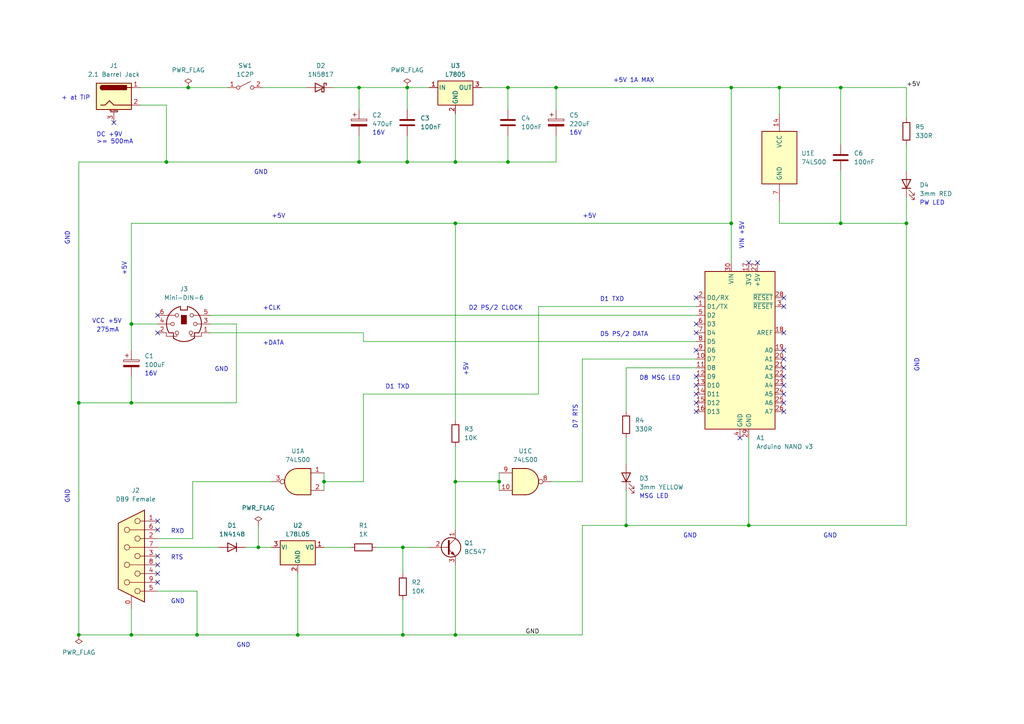
<source format=kicad_sch>
(kicad_sch (version 20230121) (generator eeschema)
  (paper "A4")
  (title_block (title "PS/2 Mouse  to Serial Port Adapter") (date "2023-08-28") (rev "6") (company "Cesar Rincon") (comment 1 "NightFox & Co.") (comment 2 "nightfoxandco.com") (comment 3 "contact@nightfoxandco.com") (comment 4 "\"Stand Alone\" Version"))
  (lib_symbols
    (symbol "74xx:74LS00" (pin_names (offset 1.016))
      (property "Reference" "U" (at 0 1.27 0))
      (property "Value" "74LS00" (at 0 -1.27 0))
      (symbol "74LS00_1_1"
        (arc (start 0 -3.81) (mid 3.7934 0) (end 0 3.81) (stroke (width 0.254)) (fill (type background)))
        (polyline (pts (xy 0 3.81) (xy -3.81 3.81) (xy -3.81 -3.81) (xy 0 -3.81)) (stroke (width 0.254)) (fill (type background)))
        (pin input line (at -7.62 2.54 0) (length 3.81) (name "~") (number "1"))
        (pin input line (at -7.62 -2.54 0) (length 3.81) (name "~") (number "2"))
        (pin output inverted (at 7.62 0 180) (length 3.81) (name "~") (number "3"))
      )
      (symbol "74LS00_1_2"
        (arc (start -3.81 -3.81) (mid -2.589 0) (end -3.81 3.81) (stroke (width 0.254)))
        (arc (start -0.6096 -3.81) (mid 2.1842 -2.5851) (end 3.81 0) (stroke (width 0.254)) (fill (type background)))
        (polyline (pts (xy -3.81 -3.81) (xy -0.635 -3.81)) (stroke (width 0.254)) (fill (type background)))
        (polyline (pts (xy -3.81 3.81) (xy -0.635 3.81)) (stroke (width 0.254)) (fill (type background)))
        (polyline (pts (xy -0.635 3.81) (xy -3.81 3.81) (xy -3.81 3.81) (xy -3.556 3.4036) (xy -3.0226 2.2606) (xy -2.6924 1.0414) (xy -2.6162 -0.254) (xy -2.7686 -1.4986) (xy -3.175 -2.7178) (xy -3.81 -3.81) (xy -3.81 -3.81) (xy -0.635 -3.81)) (stroke (width -25.4)) (fill (type background)))
        (arc (start 3.81 0) (mid 2.1915 2.5936) (end -0.6096 3.81) (stroke (width 0.254)) (fill (type background)))
        (pin input inverted (at -7.62 2.54 0) (length 4.318) (name "~") (number "1"))
        (pin input inverted (at -7.62 -2.54 0) (length 4.318) (name "~") (number "2"))
        (pin output line (at 7.62 0 180) (length 3.81) (name "~") (number "3"))
      )
      (symbol "74LS00_2_1"
        (arc (start 0 -3.81) (mid 3.7934 0) (end 0 3.81) (stroke (width 0.254)) (fill (type background)))
        (polyline (pts (xy 0 3.81) (xy -3.81 3.81) (xy -3.81 -3.81) (xy 0 -3.81)) (stroke (width 0.254)) (fill (type background)))
        (pin input line (at -7.62 2.54 0) (length 3.81) (name "~") (number "4"))
        (pin input line (at -7.62 -2.54 0) (length 3.81) (name "~") (number "5"))
        (pin output inverted (at 7.62 0 180) (length 3.81) (name "~") (number "6"))
      )
      (symbol "74LS00_2_2"
        (arc (start -3.81 -3.81) (mid -2.589 0) (end -3.81 3.81) (stroke (width 0.254)))
        (arc (start -0.6096 -3.81) (mid 2.1842 -2.5851) (end 3.81 0) (stroke (width 0.254)) (fill (type background)))
        (polyline (pts (xy -3.81 -3.81) (xy -0.635 -3.81)) (stroke (width 0.254)) (fill (type background)))
        (polyline (pts (xy -3.81 3.81) (xy -0.635 3.81)) (stroke (width 0.254)) (fill (type background)))
        (polyline (pts (xy -0.635 3.81) (xy -3.81 3.81) (xy -3.81 3.81) (xy -3.556 3.4036) (xy -3.0226 2.2606) (xy -2.6924 1.0414) (xy -2.6162 -0.254) (xy -2.7686 -1.4986) (xy -3.175 -2.7178) (xy -3.81 -3.81) (xy -3.81 -3.81) (xy -0.635 -3.81)) (stroke (width -25.4)) (fill (type background)))
        (arc (start 3.81 0) (mid 2.1915 2.5936) (end -0.6096 3.81) (stroke (width 0.254)) (fill (type background)))
        (pin input inverted (at -7.62 2.54 0) (length 4.318) (name "~") (number "4"))
        (pin input inverted (at -7.62 -2.54 0) (length 4.318) (name "~") (number "5"))
        (pin output line (at 7.62 0 180) (length 3.81) (name "~") (number "6"))
      )
      (symbol "74LS00_3_1"
        (arc (start 0 -3.81) (mid 3.7934 0) (end 0 3.81) (stroke (width 0.254)) (fill (type background)))
        (polyline (pts (xy 0 3.81) (xy -3.81 3.81) (xy -3.81 -3.81) (xy 0 -3.81)) (stroke (width 0.254)) (fill (type background)))
        (pin input line (at -7.62 -2.54 0) (length 3.81) (name "~") (number "10"))
        (pin output inverted (at 7.62 0 180) (length 3.81) (name "~") (number "8"))
        (pin input line (at -7.62 2.54 0) (length 3.81) (name "~") (number "9"))
      )
      (symbol "74LS00_3_2"
        (arc (start -3.81 -3.81) (mid -2.589 0) (end -3.81 3.81) (stroke (width 0.254)))
        (arc (start -0.6096 -3.81) (mid 2.1842 -2.5851) (end 3.81 0) (stroke (width 0.254)) (fill (type background)))
        (polyline (pts (xy -3.81 -3.81) (xy -0.635 -3.81)) (stroke (width 0.254)) (fill (type background)))
        (polyline (pts (xy -3.81 3.81) (xy -0.635 3.81)) (stroke (width 0.254)) (fill (type background)))
        (polyline (pts (xy -0.635 3.81) (xy -3.81 3.81) (xy -3.81 3.81) (xy -3.556 3.4036) (xy -3.0226 2.2606) (xy -2.6924 1.0414) (xy -2.6162 -0.254) (xy -2.7686 -1.4986) (xy -3.175 -2.7178) (xy -3.81 -3.81) (xy -3.81 -3.81) (xy -0.635 -3.81)) (stroke (width -25.4)) (fill (type background)))
        (arc (start 3.81 0) (mid 2.1915 2.5936) (end -0.6096 3.81) (stroke (width 0.254)) (fill (type background)))
        (pin input inverted (at -7.62 -2.54 0) (length 4.318) (name "~") (number "10"))
        (pin output line (at 7.62 0 180) (length 3.81) (name "~") (number "8"))
        (pin input inverted (at -7.62 2.54 0) (length 4.318) (name "~") (number "9"))
      )
      (symbol "74LS00_4_1"
        (arc (start 0 -3.81) (mid 3.7934 0) (end 0 3.81) (stroke (width 0.254)) (fill (type background)))
        (polyline (pts (xy 0 3.81) (xy -3.81 3.81) (xy -3.81 -3.81) (xy 0 -3.81)) (stroke (width 0.254)) (fill (type background)))
        (pin output inverted (at 7.62 0 180) (length 3.81) (name "~") (number "11"))
        (pin input line (at -7.62 2.54 0) (length 3.81) (name "~") (number "12"))
        (pin input line (at -7.62 -2.54 0) (length 3.81) (name "~") (number "13"))
      )
      (symbol "74LS00_4_2"
        (arc (start -3.81 -3.81) (mid -2.589 0) (end -3.81 3.81) (stroke (width 0.254)))
        (arc (start -0.6096 -3.81) (mid 2.1842 -2.5851) (end 3.81 0) (stroke (width 0.254)) (fill (type background)))
        (polyline (pts (xy -3.81 -3.81) (xy -0.635 -3.81)) (stroke (width 0.254)) (fill (type background)))
        (polyline (pts (xy -3.81 3.81) (xy -0.635 3.81)) (stroke (width 0.254)) (fill (type background)))
        (polyline (pts (xy -0.635 3.81) (xy -3.81 3.81) (xy -3.81 3.81) (xy -3.556 3.4036) (xy -3.0226 2.2606) (xy -2.6924 1.0414) (xy -2.6162 -0.254) (xy -2.7686 -1.4986) (xy -3.175 -2.7178) (xy -3.81 -3.81) (xy -3.81 -3.81) (xy -0.635 -3.81)) (stroke (width -25.4)) (fill (type background)))
        (arc (start 3.81 0) (mid 2.1915 2.5936) (end -0.6096 3.81) (stroke (width 0.254)) (fill (type background)))
        (pin output line (at 7.62 0 180) (length 3.81) (name "~") (number "11"))
        (pin input inverted (at -7.62 2.54 0) (length 4.318) (name "~") (number "12"))
        (pin input inverted (at -7.62 -2.54 0) (length 4.318) (name "~") (number "13"))
      )
      (symbol "74LS00_5_0"
        (pin power_in line (at 0 12.7 270) (length 5.08) (name "VCC") (number "14"))
        (pin power_in line (at 0 -12.7 90) (length 5.08) (name "GND") (number "7"))
      )
      (symbol "74LS00_5_1"
        (rectangle (start -5.08 7.62) (end 5.08 -7.62) (stroke (width 0.254)) (fill (type background)))
      )
    )
    (symbol "Connector:DE9_Receptacle_MountingHoles" (pin_names (offset 1.016) hide)
      (property "Reference" "J" (at 0 16.51 0))
      (property "Value" "DE9_Receptacle_MountingHoles" (at 0 14.605 0))
      (symbol "DE9_Receptacle_MountingHoles_0_1"
        (circle (center -1.778 -10.16) (radius 0.762))
        (circle (center -1.778 -5.08) (radius 0.762))
        (circle (center -1.778 0) (radius 0.762))
        (circle (center -1.778 5.08) (radius 0.762))
        (circle (center -1.778 10.16) (radius 0.762))
        (polyline (pts (xy -3.81 -10.16) (xy -2.54 -10.16)))
        (polyline (pts (xy -3.81 -7.62) (xy 0.508 -7.62)))
        (polyline (pts (xy -3.81 -5.08) (xy -2.54 -5.08)))
        (polyline (pts (xy -3.81 -2.54) (xy 0.508 -2.54)))
        (polyline (pts (xy -3.81 0) (xy -2.54 0)))
        (polyline (pts (xy -3.81 2.54) (xy 0.508 2.54)))
        (polyline (pts (xy -3.81 5.08) (xy -2.54 5.08)))
        (polyline (pts (xy -3.81 7.62) (xy 0.508 7.62)))
        (polyline (pts (xy -3.81 10.16) (xy -2.54 10.16)))
        (polyline (pts (xy -3.81 13.335) (xy -3.81 -13.335) (xy 3.81 -9.525) (xy 3.81 9.525) (xy -3.81 13.335)) (stroke (width 0.254)) (fill (type background)))
        (circle (center 1.27 -7.62) (radius 0.762))
        (circle (center 1.27 -2.54) (radius 0.762))
        (circle (center 1.27 2.54) (radius 0.762))
        (circle (center 1.27 7.62) (radius 0.762))
      )
      (symbol "DE9_Receptacle_MountingHoles_1_1"
        (pin passive line (at 0 -15.24 90) (length 3.81) (name "PAD") (number "0"))
        (pin passive line (at -7.62 10.16 0) (length 3.81) (name "1") (number "1"))
        (pin passive line (at -7.62 5.08 0) (length 3.81) (name "2") (number "2"))
        (pin passive line (at -7.62 0 0) (length 3.81) (name "3") (number "3"))
        (pin passive line (at -7.62 -5.08 0) (length 3.81) (name "4") (number "4"))
        (pin passive line (at -7.62 -10.16 0) (length 3.81) (name "5") (number "5"))
        (pin passive line (at -7.62 7.62 0) (length 3.81) (name "6") (number "6"))
        (pin passive line (at -7.62 2.54 0) (length 3.81) (name "7") (number "7"))
        (pin passive line (at -7.62 -2.54 0) (length 3.81) (name "8") (number "8"))
        (pin passive line (at -7.62 -7.62 0) (length 3.81) (name "9") (number "9"))
      )
    )
    (symbol "Connector:Mini-DIN-6" (pin_names (offset 1.016))
      (property "Reference" "J" (at 0 6.35 0))
      (property "Value" "Mini-DIN-6" (at 0 -6.35 0))
      (symbol "Mini-DIN-6_0_1"
        (circle (center -3.302 0) (radius 0.508))
        (arc (start -3.048 -4.064) (mid 0 -5.08) (end 3.048 -4.064) (stroke (width 0.254)))
        (circle (center -2.032 -2.54) (radius 0.508))
        (circle (center -2.032 2.54) (radius 0.508))
        (arc (start -1.016 5.08) (mid -4.6228 2.1214) (end -4.318 -2.54) (stroke (width 0.254)))
        (rectangle (start -0.762 2.54) (end 0.762 0) (fill (type outline)))
        (polyline (pts (xy -3.81 0) (xy -5.08 0)))
        (polyline (pts (xy -2.54 2.54) (xy -5.08 2.54)))
        (polyline (pts (xy 2.794 2.54) (xy 5.08 2.54)))
        (polyline (pts (xy 5.08 0) (xy 3.81 0)))
        (polyline (pts (xy -4.318 -2.54) (xy -3.048 -2.54) (xy -3.048 -4.064)) (stroke (width 0.254)))
        (polyline (pts (xy 4.318 -2.54) (xy 3.048 -2.54) (xy 3.048 -4.064)) (stroke (width 0.254)))
        (polyline (pts (xy -2.032 -3.048) (xy -2.032 -3.556) (xy -5.08 -3.556) (xy -5.08 -2.54)))
        (polyline (pts (xy -1.016 5.08) (xy -1.016 4.064) (xy 1.016 4.064) (xy 1.016 5.08)) (stroke (width 0.254)))
        (polyline (pts (xy 2.032 -3.048) (xy 2.032 -3.556) (xy 5.08 -3.556) (xy 5.08 -2.54)))
        (circle (center 2.032 -2.54) (radius 0.508))
        (circle (center 2.286 2.54) (radius 0.508))
        (circle (center 3.302 0) (radius 0.508))
        (arc (start 4.318 -2.54) (mid 4.6661 2.1322) (end 1.016 5.08) (stroke (width 0.254)))
      )
      (symbol "Mini-DIN-6_1_1"
        (pin passive line (at 7.62 -2.54 180) (length 2.54) (name "~") (number "1"))
        (pin passive line (at -7.62 -2.54 0) (length 2.54) (name "~") (number "2"))
        (pin passive line (at 7.62 0 180) (length 2.54) (name "~") (number "3"))
        (pin passive line (at -7.62 0 0) (length 2.54) (name "~") (number "4"))
        (pin passive line (at 7.62 2.54 180) (length 2.54) (name "~") (number "5"))
        (pin passive line (at -7.62 2.54 0) (length 2.54) (name "~") (number "6"))
      )
    )
    (symbol "CustomSymbols:Barrel_Jack_MountingPin" (pin_names hide)
      (property "Reference" "J1" (at 0 8.89 0))
      (property "Value" "Barrel_Jack_MountingPin" (at 0 6.35 0))
      (symbol "Barrel_Jack_MountingPin_0_1"
        (rectangle (start -5.08 3.81) (end 5.08 -3.81) (stroke (width 0.254)) (fill (type background)))
        (arc (start -3.302 3.175) (mid -3.9343 2.54) (end -3.302 1.905) (stroke (width 0.254)))
        (arc (start -3.302 3.175) (mid -3.9343 2.54) (end -3.302 1.905) (stroke (width 0.254)) (fill (type outline)))
        (polyline (pts (xy 5.08 2.54) (xy 3.81 2.54)) (stroke (width 0.254)))
        (polyline (pts (xy -3.81 -2.54) (xy -2.54 -2.54) (xy -1.27 -1.27) (xy 0 -2.54) (xy 2.54 -2.54) (xy 5.08 -2.54)) (stroke (width 0.254)))
        (rectangle (start 3.683 3.175) (end -3.302 1.905) (stroke (width 0.254)) (fill (type outline)))
      )
      (symbol "Barrel_Jack_MountingPin_1_1"
        (polyline (pts (xy -1.016 -4.572) (xy 1.016 -4.572)) (stroke (width 0.1524)))
        (text "Mounting" (at 0 -4.191 0) (effects (font (size 0.381 0.381))))
        (pin passive line (at 7.62 2.54 180) (length 2.54) (name "~") (number "1"))
        (pin passive line (at 7.62 -2.54 180) (length 2.54) (name "~") (number "2"))
        (pin passive line (at 0 -7.62 90) (length 3.048) (name "MountPin") (number "3"))
      )
    )
    (symbol "Device:C" (pin_numbers hide) (pin_names (offset 0.254))
      (property "Reference" "C" (at 0.635 2.54 0))
      (property "Value" "C" (at 0.635 -2.54 0))
      (symbol "C_0_1"
        (polyline (pts (xy -2.032 -0.762) (xy 2.032 -0.762)) (stroke (width 0.508)))
        (polyline (pts (xy -2.032 0.762) (xy 2.032 0.762)) (stroke (width 0.508)))
      )
      (symbol "C_1_1"
        (pin passive line (at 0 3.81 270) (length 2.794) (name "~") (number "1"))
        (pin passive line (at 0 -3.81 90) (length 2.794) (name "~") (number "2"))
      )
    )
    (symbol "Device:C_Polarized" (pin_numbers hide) (pin_names (offset 0.254))
      (property "Reference" "C" (at 0.635 2.54 0))
      (property "Value" "C_Polarized" (at 0.635 -2.54 0))
      (symbol "C_Polarized_0_1"
        (rectangle (start -2.286 0.508) (end 2.286 1.016))
        (polyline (pts (xy -1.778 2.286) (xy -0.762 2.286)))
        (polyline (pts (xy -1.27 2.794) (xy -1.27 1.778)))
        (rectangle (start 2.286 -0.508) (end -2.286 -1.016) (fill (type outline)))
      )
      (symbol "C_Polarized_1_1"
        (pin passive line (at 0 3.81 270) (length 2.794) (name "~") (number "1"))
        (pin passive line (at 0 -3.81 90) (length 2.794) (name "~") (number "2"))
      )
    )
    (symbol "Device:LED" (pin_numbers hide) (pin_names (offset 1.016) hide)
      (property "Reference" "D" (at 0 2.54 0))
      (property "Value" "LED" (at 0 -2.54 0))
      (symbol "LED_0_1"
        (polyline (pts (xy -1.27 -1.27) (xy -1.27 1.27)) (stroke (width 0.254)))
        (polyline (pts (xy -1.27 0) (xy 1.27 0)))
        (polyline (pts (xy 1.27 -1.27) (xy 1.27 1.27) (xy -1.27 0) (xy 1.27 -1.27)) (stroke (width 0.254)))
        (polyline (pts (xy -3.048 -0.762) (xy -4.572 -2.286) (xy -3.81 -2.286) (xy -4.572 -2.286) (xy -4.572 -1.524)))
        (polyline (pts (xy -1.778 -0.762) (xy -3.302 -2.286) (xy -2.54 -2.286) (xy -3.302 -2.286) (xy -3.302 -1.524)))
      )
      (symbol "LED_1_1"
        (pin passive line (at -3.81 0 0) (length 2.54) (name "K") (number "1"))
        (pin passive line (at 3.81 0 180) (length 2.54) (name "A") (number "2"))
      )
    )
    (symbol "Device:R" (pin_numbers hide) (pin_names (offset 0))
      (property "Reference" "R" (at 2.032 0 90))
      (property "Value" "R" (at 0 0 90))
      (symbol "R_0_1"
        (rectangle (start -1.016 -2.54) (end 1.016 2.54) (stroke (width 0.254)))
      )
      (symbol "R_1_1"
        (pin passive line (at 0 3.81 270) (length 1.27) (name "~") (number "1"))
        (pin passive line (at 0 -3.81 90) (length 1.27) (name "~") (number "2"))
      )
    )
    (symbol "Diode:1N4148" (pin_numbers hide) (pin_names hide)
      (property "Reference" "D" (at 0 2.54 0))
      (property "Value" "1N4148" (at 0 -2.54 0))
      (symbol "1N4148_0_1"
        (polyline (pts (xy -1.27 1.27) (xy -1.27 -1.27)) (stroke (width 0.254)))
        (polyline (pts (xy 1.27 0) (xy -1.27 0)))
        (polyline (pts (xy 1.27 1.27) (xy 1.27 -1.27) (xy -1.27 0) (xy 1.27 1.27)) (stroke (width 0.254)))
      )
      (symbol "1N4148_1_1"
        (pin passive line (at -3.81 0 0) (length 2.54) (name "K") (number "1"))
        (pin passive line (at 3.81 0 180) (length 2.54) (name "A") (number "2"))
      )
    )
    (symbol "Diode:1N5817" (pin_numbers hide) (pin_names (offset 1.016) hide)
      (property "Reference" "D" (at 0 2.54 0))
      (property "Value" "1N5817" (at 0 -2.54 0))
      (symbol "1N5817_0_1"
        (polyline (pts (xy 1.27 0) (xy -1.27 0)))
        (polyline (pts (xy 1.27 1.27) (xy 1.27 -1.27) (xy -1.27 0) (xy 1.27 1.27)) (stroke (width 0.254)))
        (polyline (pts (xy -1.905 0.635) (xy -1.905 1.27) (xy -1.27 1.27) (xy -1.27 -1.27) (xy -0.635 -1.27) (xy -0.635 -0.635)) (stroke (width 0.254)))
      )
      (symbol "1N5817_1_1"
        (pin passive line (at -3.81 0 0) (length 2.54) (name "K") (number "1"))
        (pin passive line (at 3.81 0 180) (length 2.54) (name "A") (number "2"))
      )
    )
    (symbol "MCU_Module:Arduino_Nano_v3.x"
      (property "Reference" "A" (at -10.16 23.495 0))
      (property "Value" "Arduino_Nano_v3.x" (at 5.08 -24.13 0))
      (symbol "Arduino_Nano_v3.x_0_1"
        (rectangle (start -10.16 22.86) (end 10.16 -22.86) (stroke (width 0.254)) (fill (type background)))
      )
      (symbol "Arduino_Nano_v3.x_1_1"
        (pin bidirectional line (at -12.7 12.7 0) (length 2.54) (name "D1/TX") (number "1"))
        (pin bidirectional line (at -12.7 -2.54 0) (length 2.54) (name "D7") (number "10"))
        (pin bidirectional line (at -12.7 -5.08 0) (length 2.54) (name "D8") (number "11"))
        (pin bidirectional line (at -12.7 -7.62 0) (length 2.54) (name "D9") (number "12"))
        (pin bidirectional line (at -12.7 -10.16 0) (length 2.54) (name "D10") (number "13"))
        (pin bidirectional line (at -12.7 -12.7 0) (length 2.54) (name "D11") (number "14"))
        (pin bidirectional line (at -12.7 -15.24 0) (length 2.54) (name "D12") (number "15"))
        (pin bidirectional line (at -12.7 -17.78 0) (length 2.54) (name "D13") (number "16"))
        (pin power_out line (at 2.54 25.4 270) (length 2.54) (name "3V3") (number "17"))
        (pin input line (at 12.7 5.08 180) (length 2.54) (name "AREF") (number "18"))
        (pin bidirectional line (at 12.7 0 180) (length 2.54) (name "A0") (number "19"))
        (pin bidirectional line (at -12.7 15.24 0) (length 2.54) (name "D0/RX") (number "2"))
        (pin bidirectional line (at 12.7 -2.54 180) (length 2.54) (name "A1") (number "20"))
        (pin bidirectional line (at 12.7 -5.08 180) (length 2.54) (name "A2") (number "21"))
        (pin bidirectional line (at 12.7 -7.62 180) (length 2.54) (name "A3") (number "22"))
        (pin bidirectional line (at 12.7 -10.16 180) (length 2.54) (name "A4") (number "23"))
        (pin bidirectional line (at 12.7 -12.7 180) (length 2.54) (name "A5") (number "24"))
        (pin bidirectional line (at 12.7 -15.24 180) (length 2.54) (name "A6") (number "25"))
        (pin bidirectional line (at 12.7 -17.78 180) (length 2.54) (name "A7") (number "26"))
        (pin power_out line (at 5.08 25.4 270) (length 2.54) (name "+5V") (number "27"))
        (pin input line (at 12.7 15.24 180) (length 2.54) (name "~{RESET}") (number "28"))
        (pin power_in line (at 2.54 -25.4 90) (length 2.54) (name "GND") (number "29"))
        (pin input line (at 12.7 12.7 180) (length 2.54) (name "~{RESET}") (number "3"))
        (pin power_in line (at -2.54 25.4 270) (length 2.54) (name "VIN") (number "30"))
        (pin power_in line (at 0 -25.4 90) (length 2.54) (name "GND") (number "4"))
        (pin bidirectional line (at -12.7 10.16 0) (length 2.54) (name "D2") (number "5"))
        (pin bidirectional line (at -12.7 7.62 0) (length 2.54) (name "D3") (number "6"))
        (pin bidirectional line (at -12.7 5.08 0) (length 2.54) (name "D4") (number "7"))
        (pin bidirectional line (at -12.7 2.54 0) (length 2.54) (name "D5") (number "8"))
        (pin bidirectional line (at -12.7 0 0) (length 2.54) (name "D6") (number "9"))
      )
    )
    (symbol "Mechanical:MountingHole" (pin_names (offset 1.016))
      (property "Reference" "H" (at 0 5.08 0))
      (property "Value" "MountingHole" (at 0 3.175 0))
      (symbol "MountingHole_0_1"
        (circle (center 0 0) (radius 1.27) (stroke (width 1.27)))
      )
    )
    (symbol "Regulator_Linear:L7805" (pin_names (offset 0.254))
      (property "Reference" "U" (at -3.81 3.175 0))
      (property "Value" "L7805" (at 0 3.175 0))
      (symbol "L7805_0_1"
        (rectangle (start -5.08 1.905) (end 5.08 -5.08) (stroke (width 0.254)) (fill (type background)))
      )
      (symbol "L7805_1_1"
        (pin power_in line (at -7.62 0 0) (length 2.54) (name "IN") (number "1"))
        (pin power_in line (at 0 -7.62 90) (length 2.54) (name "GND") (number "2"))
        (pin power_out line (at 7.62 0 180) (length 2.54) (name "OUT") (number "3"))
      )
    )
    (symbol "Regulator_Linear:L78L05_TO92" (pin_names (offset 0.254))
      (property "Reference" "U" (at -3.81 3.175 0))
      (property "Value" "L78L05_TO92" (at 0 3.175 0))
      (symbol "L78L05_TO92_0_1"
        (rectangle (start -5.08 -5.08) (end 5.08 1.905) (stroke (width 0.254)) (fill (type background)))
      )
      (symbol "L78L05_TO92_1_1"
        (pin power_out line (at 7.62 0 180) (length 2.54) (name "VO") (number "1"))
        (pin power_in line (at 0 -7.62 90) (length 2.54) (name "GND") (number "2"))
        (pin power_in line (at -7.62 0 0) (length 2.54) (name "VI") (number "3"))
      )
    )
    (symbol "Switch:SW_SPST" (pin_names (offset 0) hide)
      (property "Reference" "SW" (at 0 3.175 0))
      (property "Value" "SW_SPST" (at 0 -2.54 0))
      (symbol "SW_SPST_0_0"
        (circle (center -2.032 0) (radius 0.508))
        (polyline (pts (xy -1.524 0.254) (xy 1.524 1.778)))
        (circle (center 2.032 0) (radius 0.508))
      )
      (symbol "SW_SPST_1_1"
        (pin passive line (at -5.08 0 0) (length 2.54) (name "A") (number "1"))
        (pin passive line (at 5.08 0 180) (length 2.54) (name "B") (number "2"))
      )
    )
    (symbol "Transistor_BJT:BC547" (pin_names (offset 0) hide)
      (property "Reference" "Q" (at 5.08 1.905 0))
      (property "Value" "BC547" (at 5.08 0 0))
      (symbol "BC547_0_1"
        (polyline (pts (xy 0 0) (xy 0.635 0)))
        (polyline (pts (xy 0.635 0.635) (xy 2.54 2.54)))
        (polyline (pts (xy 0.635 -0.635) (xy 2.54 -2.54) (xy 2.54 -2.54)))
        (polyline (pts (xy 0.635 1.905) (xy 0.635 -1.905) (xy 0.635 -1.905)) (stroke (width 0.508)))
        (polyline (pts (xy 1.27 -1.778) (xy 1.778 -1.27) (xy 2.286 -2.286) (xy 1.27 -1.778) (xy 1.27 -1.778)) (fill (type outline)))
        (circle (center 1.27 0) (radius 2.8194) (stroke (width 0.254)))
      )
      (symbol "BC547_1_1"
        (pin passive line (at 2.54 5.08 270) (length 2.54) (name "C") (number "1"))
        (pin input line (at -5.08 0 0) (length 5.08) (name "B") (number "2"))
        (pin passive line (at 2.54 -5.08 90) (length 2.54) (name "E") (number "3"))
      )
    )
    (symbol "power:PWR_FLAG" (power) (pin_numbers hide) (pin_names (offset 0) hide)
      (property "Value" "PWR_FLAG" (at 0 3.81 0))
      (symbol "PWR_FLAG_0_0"
        (pin power_out line (at 0 0 90) (length 0) (name "pwr") (number "1"))
      )
      (symbol "PWR_FLAG_0_1"
        (polyline (pts (xy 0 0) (xy 0 1.27) (xy -1.016 1.905) (xy 0 2.54) (xy 1.016 1.905) (xy 0 1.27)))
      )
    )
  )
  (junction (at 262.89 64.77))
  (junction (at 118.11 46.99))
  (junction (at 144.78 139.7))
  (junction (at 104.14 46.99))
  (junction (at 38.1 93.98))
  (junction (at 54.61 25.4))
  (junction (at 212.09 64.77))
  (junction (at 38.1 184.15))
  (junction (at 181.61 152.4))
  (junction (at 104.14 25.4))
  (junction (at 93.98 139.7))
  (junction (at 212.09 25.4))
  (junction (at 132.08 184.15))
  (junction (at 116.84 158.75))
  (junction (at 118.11 25.4))
  (junction (at 48.26 46.99))
  (junction (at 161.29 25.4))
  (junction (at 38.1 116.84))
  (junction (at 132.08 46.99))
  (junction (at 132.08 64.77))
  (junction (at 147.32 46.99))
  (junction (at 74.93 158.75))
  (junction (at 57.15 184.15))
  (junction (at 243.84 25.4))
  (junction (at 243.84 64.77))
  (junction (at 132.08 139.7))
  (junction (at 116.84 184.15))
  (junction (at 226.06 25.4))
  (junction (at 86.36 184.15))
  (junction (at 217.17 152.4))
  (junction (at 147.32 25.4))
  (junction (at 22.86 116.84))
  (junction (at 22.86 184.15))
  (no_connect (at -127 5.08))
  (no_connect (at -127 30.48))
  (no_connect (at 219.71 76.2))
  (no_connect (at 227.33 114.3))
  (no_connect (at 227.33 104.14))
  (no_connect (at -111.76 2.54))
  (no_connect (at 45.72 153.67))
  (no_connect (at 45.72 163.83))
  (no_connect (at 227.33 119.38))
  (no_connect (at 227.33 88.9))
  (no_connect (at -127 0))
  (no_connect (at 45.72 91.44))
  (no_connect (at 201.93 96.52))
  (no_connect (at 227.33 96.52))
  (no_connect (at 217.17 76.2))
  (no_connect (at 45.72 168.91))
  (no_connect (at 45.72 166.37))
  (no_connect (at 227.33 86.36))
  (no_connect (at 201.93 114.3))
  (no_connect (at 45.72 161.29))
  (no_connect (at 227.33 116.84))
  (no_connect (at 201.93 111.76))
  (no_connect (at 214.63 127))
  (no_connect (at 33.02 35.56))
  (no_connect (at -127 25.4))
  (no_connect (at 227.33 101.6))
  (no_connect (at 201.93 86.36))
  (no_connect (at 227.33 106.68))
  (no_connect (at 201.93 119.38))
  (no_connect (at 227.33 111.76))
  (no_connect (at 201.93 93.98))
  (no_connect (at 201.93 109.22))
  (no_connect (at 45.72 151.13))
  (no_connect (at 227.33 109.22))
  (no_connect (at 201.93 101.6))
  (no_connect (at -111.76 27.94))
  (no_connect (at 201.93 116.84))
  (no_connect (at 45.72 96.52))
  (wire (pts (xy 243.84 64.77) (xy 262.89 64.77)))
  (wire (pts (xy 139.7 25.4) (xy 147.32 25.4)))
  (wire (pts (xy 68.58 93.98) (xy 68.58 116.84)))
  (wire (pts (xy 160.02 139.7) (xy 168.91 139.7)))
  (wire (pts (xy 22.86 116.84) (xy 22.86 184.15)))
  (wire (pts (xy 132.08 64.77) (xy 212.09 64.77)))
  (wire (pts (xy 109.22 158.75) (xy 116.84 158.75)))
  (wire (pts (xy 144.78 137.16) (xy 144.78 139.7)))
  (wire (pts (xy 132.08 139.7) (xy 144.78 139.7)))
  (wire (pts (xy 38.1 176.53) (xy 38.1 184.15)))
  (wire (pts (xy 55.88 139.7) (xy 78.74 139.7)))
  (wire (pts (xy 118.11 46.99) (xy 132.08 46.99)))
  (wire (pts (xy 262.89 25.4) (xy 262.89 34.29)))
  (wire (pts (xy 226.06 64.77) (xy 243.84 64.77)))
  (wire (pts (xy 147.32 25.4) (xy 147.32 31.75)))
  (wire (pts (xy 212.09 25.4) (xy 226.06 25.4)))
  (wire (pts (xy 132.08 64.77) (xy 132.08 121.92)))
  (wire (pts (xy 118.11 25.4) (xy 124.46 25.4)))
  (wire (pts (xy 76.2 25.4) (xy 88.9 25.4)))
  (wire (pts (xy 93.98 137.16) (xy 93.98 139.7)))
  (wire (pts (xy 48.26 30.48) (xy 48.26 46.99)))
  (wire (pts (xy 104.14 46.99) (xy 118.11 46.99)))
  (wire (pts (xy 168.91 104.14) (xy 201.93 104.14)))
  (wire (pts (xy 161.29 25.4) (xy 161.29 31.75)))
  (wire (pts (xy 243.84 25.4) (xy 262.89 25.4)))
  (wire (pts (xy 181.61 127) (xy 181.61 134.62)))
  (wire (pts (xy 74.93 152.4) (xy 74.93 158.75)))
  (wire (pts (xy 118.11 25.4) (xy 118.11 31.75)))
  (wire (pts (xy 45.72 158.75) (xy 63.5 158.75)))
  (wire (pts (xy 45.72 156.21) (xy 55.88 156.21)))
  (wire (pts (xy 38.1 109.22) (xy 38.1 116.84)))
  (wire (pts (xy 74.93 158.75) (xy 78.74 158.75)))
  (wire (pts (xy 132.08 46.99) (xy 132.08 33.02)))
  (wire (pts (xy 71.12 158.75) (xy 74.93 158.75)))
  (wire (pts (xy 45.72 171.45) (xy 57.15 171.45)))
  (wire (pts (xy 116.84 184.15) (xy 132.08 184.15)))
  (wire (pts (xy 118.11 46.99) (xy 118.11 39.37)))
  (wire (pts (xy 156.21 114.3) (xy 156.21 88.9)))
  (wire (pts (xy 105.41 114.3) (xy 105.41 139.7)))
  (wire (pts (xy 38.1 184.15) (xy 57.15 184.15)))
  (wire (pts (xy 201.93 106.68) (xy 181.61 106.68)))
  (wire (pts (xy 132.08 139.7) (xy 132.08 129.54)))
  (wire (pts (xy 168.91 139.7) (xy 168.91 104.14)))
  (wire (pts (xy 217.17 127) (xy 217.17 152.4)))
  (wire (pts (xy 60.96 93.98) (xy 68.58 93.98)))
  (wire (pts (xy 262.89 64.77) (xy 262.89 57.15)))
  (wire (pts (xy 38.1 64.77) (xy 132.08 64.77)))
  (wire (pts (xy 104.14 25.4) (xy 118.11 25.4)))
  (wire (pts (xy 132.08 184.15) (xy 168.91 184.15)))
  (wire (pts (xy 105.41 99.06) (xy 201.93 99.06)))
  (wire (pts (xy 57.15 184.15) (xy 86.36 184.15)))
  (wire (pts (xy 38.1 93.98) (xy 38.1 101.6)))
  (wire (pts (xy 93.98 139.7) (xy 93.98 142.24)))
  (wire (pts (xy 243.84 25.4) (xy 243.84 41.91)))
  (wire (pts (xy 48.26 46.99) (xy 22.86 46.99)))
  (wire (pts (xy 147.32 46.99) (xy 147.32 39.37)))
  (wire (pts (xy 226.06 58.42) (xy 226.06 64.77)))
  (wire (pts (xy 57.15 171.45) (xy 57.15 184.15)))
  (wire (pts (xy 262.89 152.4) (xy 262.89 64.77)))
  (wire (pts (xy 38.1 64.77) (xy 38.1 93.98)))
  (wire (pts (xy 60.96 91.44) (xy 201.93 91.44)))
  (wire (pts (xy 86.36 166.37) (xy 86.36 184.15)))
  (wire (pts (xy 156.21 88.9) (xy 201.93 88.9)))
  (wire (pts (xy 22.86 116.84) (xy 38.1 116.84)))
  (wire (pts (xy 38.1 116.84) (xy 68.58 116.84)))
  (wire (pts (xy 38.1 93.98) (xy 45.72 93.98)))
  (wire (pts (xy 40.64 25.4) (xy 54.61 25.4)))
  (wire (pts (xy 161.29 25.4) (xy 212.09 25.4)))
  (wire (pts (xy 93.98 158.75) (xy 101.6 158.75)))
  (wire (pts (xy 22.86 184.15) (xy 38.1 184.15)))
  (wire (pts (xy 262.89 41.91) (xy 262.89 49.53)))
  (wire (pts (xy 181.61 152.4) (xy 217.17 152.4)))
  (wire (pts (xy 48.26 46.99) (xy 104.14 46.99)))
  (wire (pts (xy 212.09 64.77) (xy 212.09 76.2)))
  (wire (pts (xy 147.32 25.4) (xy 161.29 25.4)))
  (wire (pts (xy 168.91 152.4) (xy 181.61 152.4)))
  (wire (pts (xy 168.91 152.4) (xy 168.91 184.15)))
  (wire (pts (xy 161.29 46.99) (xy 161.29 39.37)))
  (wire (pts (xy 116.84 158.75) (xy 116.84 166.37)))
  (wire (pts (xy 55.88 156.21) (xy 55.88 139.7)))
  (wire (pts (xy 144.78 139.7) (xy 144.78 142.24)))
  (wire (pts (xy 181.61 152.4) (xy 181.61 142.24)))
  (wire (pts (xy 104.14 25.4) (xy 104.14 31.75)))
  (wire (pts (xy 226.06 25.4) (xy 226.06 33.02)))
  (wire (pts (xy 132.08 163.83) (xy 132.08 184.15)))
  (wire (pts (xy 105.41 96.52) (xy 105.41 99.06)))
  (wire (pts (xy 116.84 158.75) (xy 124.46 158.75)))
  (wire (pts (xy 116.84 173.99) (xy 116.84 184.15)))
  (wire (pts (xy 40.64 30.48) (xy 48.26 30.48)))
  (wire (pts (xy 132.08 46.99) (xy 147.32 46.99)))
  (wire (pts (xy 132.08 139.7) (xy 132.08 153.67)))
  (wire (pts (xy 96.52 25.4) (xy 104.14 25.4)))
  (wire (pts (xy 93.98 139.7) (xy 105.41 139.7)))
  (wire (pts (xy 86.36 184.15) (xy 116.84 184.15)))
  (wire (pts (xy 243.84 49.53) (xy 243.84 64.77)))
  (wire (pts (xy 217.17 152.4) (xy 262.89 152.4)))
  (wire (pts (xy 181.61 106.68) (xy 181.61 119.38)))
  (wire (pts (xy 104.14 39.37) (xy 104.14 46.99)))
  (wire (pts (xy 147.32 46.99) (xy 161.29 46.99)))
  (wire (pts (xy 212.09 25.4) (xy 212.09 64.77)))
  (wire (pts (xy 54.61 25.4) (xy 66.04 25.4)))
  (wire (pts (xy 226.06 25.4) (xy 243.84 25.4)))
  (wire (pts (xy 60.96 96.52) (xy 105.41 96.52)))
  (wire (pts (xy 22.86 46.99) (xy 22.86 116.84)))
  (wire (pts (xy 105.41 114.3) (xy 156.21 114.3)))
  (text "+CLK" (at 76.2 90.17 0) (effects (font (size 1.27 1.27)) (justify left bottom)))
  (text "PW LED" (at 266.7 59.69 0) (effects (font (size 1.27 1.27)) (justify left bottom)))
  (text "GND" (at 62.23 107.95 0) (effects (font (size 1.27 1.27)) (justify left bottom)))
  (text "GND" (at 266.7 107.95 90) (effects (font (size 1.27 1.27)) (justify left bottom)))
  (text "16V" (at 165.1 39.37 0) (effects (font (size 1.27 1.27)) (justify left bottom)))
  (text "VCC +5V" (at 26.67 93.98 0) (effects (font (size 1.27 1.27)) (justify left bottom)))
  (text "16V" (at 41.91 109.22 0) (effects (font (size 1.27 1.27)) (justify left bottom)))
  (text "GND" (at 20.32 71.12 90) (effects (font (size 1.27 1.27)) (justify left bottom)))
  (text "MSG LED" (at 185.42 144.78 0) (effects (font (size 1.27 1.27)) (justify left bottom)))
  (text "+5V" (at 135.89 109.22 90) (effects (font (size 1.27 1.27)) (justify left bottom)))
  (text "D8 MSG LED" (at 185.42 110.49 0) (effects (font (size 1.27 1.27)) (justify left bottom)))
  (text "DC +9V\n>= 500mA" (at 27.94 41.91 0) (effects (font (size 1.27 1.27)) (justify left bottom)))
  (text "GND" (at 198.12 156.21 0) (effects (font (size 1.27 1.27)) (justify left bottom)))
  (text "RTS" (at 49.53 162.56 0) (effects (font (size 1.27 1.27)) (justify left bottom)))
  (text "D5 PS/2 DATA" (at 173.99 97.79 0) (effects (font (size 1.27 1.27)) (justify left bottom)))
  (text "D1 TXD" (at 173.99 87.63 0) (effects (font (size 1.27 1.27)) (justify left bottom)))
  (text "D1 TXD" (at 111.76 113.03 0) (effects (font (size 1.27 1.27)) (justify left bottom)))
  (text "D2 PS/2 CLOCK" (at 135.89 90.17 0) (effects (font (size 1.27 1.27)) (justify left bottom)))
  (text "GND" (at 68.58 187.96 0) (effects (font (size 1.27 1.27)) (justify left bottom)))
  (text "+5V" (at 36.83 80.01 90) (effects (font (size 1.27 1.27)) (justify left bottom)))
  (text "GND" (at 49.53 175.26 0) (effects (font (size 1.27 1.27)) (justify left bottom)))
  (text "+ at TIP" (at 17.78 29.21 0) (effects (font (size 1.27 1.27)) (justify left bottom)))
  (text "16V" (at 107.95 39.37 0) (effects (font (size 1.27 1.27)) (justify left bottom)))
  (text "VIN +5V" (at 215.9 72.39 90) (effects (font (size 1.27 1.27)) (justify left bottom)))
  (text "RXD" (at 49.53 154.94 0) (effects (font (size 1.27 1.27)) (justify left bottom)))
  (text "D7 RTS" (at 167.64 124.46 90) (effects (font (size 1.27 1.27)) (justify left bottom)))
  (text "GND" (at 20.32 146.05 90) (effects (font (size 1.27 1.27)) (justify left bottom)))
  (text "+5V 1A MAX" (at 177.8 24.13 0) (effects (font (size 1.27 1.27)) (justify left bottom)))
  (text "+DATA" (at 76.2 100.33 0) (effects (font (size 1.27 1.27)) (justify left bottom)))
  (text "GND" (at 238.76 156.21 0) (effects (font (size 1.27 1.27)) (justify left bottom)))
  (text "+5V" (at 168.91 63.5 0) (effects (font (size 1.27 1.27)) (justify left bottom)))
  (text "275mA" (at 27.94 96.52 0) (effects (font (size 1.27 1.27)) (justify left bottom)))
  (text "+5V" (at 78.74 63.5 0) (effects (font (size 1.27 1.27)) (justify left bottom)))
  (text "GND" (at 73.66 50.8 0) (effects (font (size 1.27 1.27)) (justify left bottom)))
  (label "+5V" (at 262.89 25.4 0))
  (label "GND" (at 152.4 184.15 0))
  (symbol (lib_id "74xx:74LS00") (at -119.38 2.54 0) (unit 2)
    (property "Reference" "U1" (at -119.3883 -5.08 0))
    (property "Value" "74LS00" (at -119.3883 -2.54 0))
    (property "Footprint" "Package_DIP:DIP-14_W7.62mm_Socket" (effects hide))
    (property "Datasheet" "http://www.ti.com/lit/gpn/sn74ls00" (effects hide))
  )
  (symbol (lib_id "Device:C") (at 243.84 45.72 0) (unit 1)
    (property "Reference" "C6" (at 247.65 44.45 0) (effects (justify left)))
    (property "Value" "100nF" (at 247.65 46.99 0) (effects (justify left)))
    (property "Footprint" "Capacitor_THT:C_Disc_D6.0mm_W2.5mm_P5.00mm" (effects hide))
  )
  (symbol (lib_id "Device:R") (at 262.89 38.1 0) (unit 1)
    (property "Reference" "R5" (at 265.43 36.83 0) (effects (justify left)))
    (property "Value" "330R" (at 265.43 39.37 0) (effects (justify left)))
    (property "Footprint" "Resistor_THT:R_Axial_DIN0207_L6.3mm_D2.5mm_P7.62mm_Horizontal" (effects hide))
  )
  (symbol (lib_id "Mechanical:MountingHole") (at -120.65 50.8 0) (unit 1)
    (property "Reference" "H2" (at -118.11 49.53 0) (effects (justify left)))
    (property "Value" "MountingHole" (at -118.11 52.07 0) (effects (justify left)))
    (property "Footprint" "MountingHole:MountingHole_3.2mm_M3" (effects hide))
  )
  (symbol (lib_id "Diode:1N5817") (at 92.71 25.4 0) (mirror y) (unit 1)
    (property "Reference" "D2" (at 93.0275 19.05 0))
    (property "Value" "1N5817" (at 93.0275 21.59 0))
    (property "Footprint" "Diode_THT:D_DO-41_SOD81_P10.16mm_Horizontal" (effects hide))
    (property "Datasheet" "http://www.vishay.com/docs/88525/1n5817.pdf" (effects hide))
  )
  (symbol (lib_id "Transistor_BJT:BC547") (at 129.54 158.75 0) (unit 1)
    (property "Reference" "Q1" (at 134.62 157.48 0) (effects (justify left)))
    (property "Value" "BC547" (at 134.62 160.02 0) (effects (justify left)))
    (property "Footprint" "Package_TO_SOT_THT:TO-92_HandSolder" (effects hide))
    (property "Datasheet" "https://www.onsemi.com/pub/Collateral/BC550-D.pdf" (effects hide))
  )
  (symbol (lib_id "Device:C") (at 147.32 35.56 0) (unit 1)
    (property "Reference" "C4" (at 151.13 34.29 0) (effects (justify left)))
    (property "Value" "100nF" (at 151.13 36.83 0) (effects (justify left)))
    (property "Footprint" "Capacitor_THT:C_Disc_D6.0mm_W2.5mm_P5.00mm" (effects hide))
  )
  (symbol (lib_id "Device:C_Polarized") (at 38.1 105.41 0) (unit 1)
    (property "Reference" "C1" (at 41.91 103.251 0) (effects (justify left)))
    (property "Value" "100uF" (at 41.91 105.791 0) (effects (justify left)))
    (property "Footprint" "Capacitor_THT:CP_Radial_D8.0mm_P3.80mm" (effects hide))
  )
  (symbol (lib_id "MCU_Module:Arduino_Nano_v3.x") (at 214.63 101.6 0) (unit 1)
    (property "Reference" "A1" (at 219.3641 127 0) (effects (justify left)))
    (property "Value" "Arduino NANO v3" (at 219.3641 129.54 0) (effects (justify left)))
    (property "Footprint" "Module:Arduino_Nano" (effects hide))
    (property "Datasheet" "http://www.mouser.com/pdfdocs/Gravitech_Arduino_Nano3_0.pdf" (effects hide))
  )
  (symbol (lib_id "Device:C_Polarized") (at 104.14 35.56 0) (unit 1)
    (property "Reference" "C2" (at 107.95 33.401 0) (effects (justify left)))
    (property "Value" "470uF" (at 107.95 35.941 0) (effects (justify left)))
    (property "Footprint" "Capacitor_THT:CP_Radial_D8.0mm_P3.80mm" (effects hide))
  )
  (symbol (lib_id "Connector:Mini-DIN-6") (at 53.34 93.98 0) (unit 1)
    (property "Reference" "J3" (at 53.3577 83.82 0))
    (property "Value" "Mini-DIN-6" (at 53.3577 86.36 0))
    (property "Footprint" "ProjectLibrary:Connector_Mini_DIN_6pin" (effects hide))
    (property "Datasheet" "http://service.powerdynamics.com/ec/Catalog17/Section%2011.pdf" (effects hide))
  )
  (symbol (lib_id "Regulator_Linear:L7805") (at 132.08 25.4 0) (unit 1)
    (property "Reference" "U3" (at 132.08 19.05 0))
    (property "Value" "L7805" (at 132.08 21.59 0))
    (property "Footprint" "Package_TO_SOT_THT:TO-220-3_Vertical" (effects hide))
    (property "Datasheet" "http://www.st.com/content/ccc/resource/technical/document/datasheet/41/4f/b3/b0/12/d4/47/88/CD00000444.pdf/files/CD00000444.pdf/jcr:content/translations/en.CD00000444.pdf" (effects hide))
  )
  (symbol (lib_id "Diode:1N4148") (at 67.31 158.75 0) (mirror y) (unit 1)
    (property "Reference" "D1" (at 67.31 152.4 0))
    (property "Value" "1N4148" (at 67.31 154.94 0))
    (property "Footprint" "Diode_THT:D_DO-35_SOD27_P7.62mm_Horizontal" (effects hide))
    (property "Datasheet" "https://assets.nexperia.com/documents/data-sheet/1N4148_1N4448.pdf" (effects hide))
    (property "Sim.Device" "D" (effects hide))
    (property "Sim.Pins" "1=K 2=A" (effects hide))
  )
  (symbol (lib_id "74xx:74LS00") (at 86.36 139.7 0) (mirror y) (unit 1)
    (property "Reference" "U1" (at 86.3683 130.81 0))
    (property "Value" "74LS00" (at 86.3683 133.35 0))
    (property "Footprint" "Package_DIP:DIP-14_W7.62mm_Socket" (effects hide))
    (property "Datasheet" "http://www.ti.com/lit/gpn/sn74ls00" (effects hide))
  )
  (symbol (lib_id "74xx:74LS00") (at 152.4 139.7 0) (unit 3)
    (property "Reference" "U1" (at 152.3917 130.81 0))
    (property "Value" "74LS00" (at 152.3917 133.35 0))
    (property "Footprint" "Package_DIP:DIP-14_W7.62mm_Socket" (effects hide))
    (property "Datasheet" "http://www.ti.com/lit/gpn/sn74ls00" (effects hide))
  )
  (symbol (lib_id "Regulator_Linear:L78L05_TO92") (at 86.36 158.75 0) (unit 1)
    (property "Reference" "U2" (at 86.36 152.4 0))
    (property "Value" "L78L05" (at 86.36 154.94 0))
    (property "Footprint" "Package_TO_SOT_THT:TO-92_HandSolder" (effects hide))
    (property "Datasheet" "http://www.st.com/content/ccc/resource/technical/document/datasheet/15/55/e5/aa/23/5b/43/fd/CD00000446.pdf/files/CD00000446.pdf/jcr:content/translations/en.CD00000446.pdf" (effects hide))
  )
  (symbol (lib_id "Switch:SW_SPST") (at 71.12 25.4 0) (unit 1)
    (property "Reference" "SW1" (at 71.12 19.05 0))
    (property "Value" "1C2P" (at 71.12 21.59 0))
    (property "Footprint" "TerminalBlock_TE-Connectivity:TerminalBlock_TE_282834-2_1x02_P2.54mm_Horizontal" (effects hide))
  )
  (symbol (lib_id "Device:R") (at 116.84 170.18 0) (unit 1)
    (property "Reference" "R2" (at 119.38 168.91 0) (effects (justify left)))
    (property "Value" "10K" (at 119.38 171.45 0) (effects (justify left)))
    (property "Footprint" "Resistor_THT:R_Axial_DIN0207_L6.3mm_D2.5mm_P7.62mm_Horizontal" (effects hide))
  )
  (symbol (lib_id "power:PWR_FLAG") (at 22.86 184.15 0) (mirror x) (unit 1)
    (property "Reference" "#FLG01" (effects hide))
    (property "Value" "PWR_FLAG" (at 22.86 189.23 0))
  )
  (symbol (lib_id "74xx:74LS00") (at -119.38 27.94 0) (unit 4)
    (property "Reference" "U1" (at -119.3883 19.05 0))
    (property "Value" "74LS00" (at -119.3883 21.59 0))
    (property "Footprint" "Package_DIP:DIP-14_W7.62mm_Socket" (effects hide))
    (property "Datasheet" "http://www.ti.com/lit/gpn/sn74ls00" (effects hide))
  )
  (symbol (lib_id "power:PWR_FLAG") (at 74.93 152.4 0) (unit 1)
    (property "Reference" "#FLG03" (effects hide))
    (property "Value" "PWR_FLAG" (at 74.93 147.32 0))
  )
  (symbol (lib_id "Device:C") (at 118.11 35.56 0) (unit 1)
    (property "Reference" "C3" (at 121.92 34.29 0) (effects (justify left)))
    (property "Value" "100nF" (at 121.92 36.83 0) (effects (justify left)))
    (property "Footprint" "Capacitor_THT:C_Disc_D6.0mm_W2.5mm_P5.00mm" (effects hide))
  )
  (symbol (lib_id "power:PWR_FLAG") (at 54.61 25.4 0) (unit 1)
    (property "Reference" "#FLG02" (effects hide))
    (property "Value" "PWR_FLAG" (at 54.61 20.32 0))
  )
  (symbol (lib_id "power:PWR_FLAG") (at 118.11 25.4 0) (unit 1)
    (property "Reference" "#FLG04" (effects hide))
    (property "Value" "PWR_FLAG" (at 118.11 20.32 0))
  )
  (symbol (lib_id "Mechanical:MountingHole") (at -120.65 45.72 0) (unit 1)
    (property "Reference" "H1" (at -118.11 44.45 0) (effects (justify left)))
    (property "Value" "MountingHole" (at -118.11 46.99 0) (effects (justify left)))
    (property "Footprint" "MountingHole:MountingHole_3.2mm_M3" (effects hide))
  )
  (symbol (lib_id "Device:LED") (at 181.61 138.43 90) (unit 1)
    (property "Reference" "D3" (at 185.42 138.7475 90) (effects (justify right)))
    (property "Value" "3mm YELLOW" (at 185.42 141.2875 90) (effects (justify right)))
    (property "Footprint" "LED_THT:LED_D3.0mm" (effects hide))
  )
  (symbol (lib_id "Mechanical:MountingHole") (at -120.65 55.88 0) (unit 1)
    (property "Reference" "H3" (at -118.11 54.61 0) (effects (justify left)))
    (property "Value" "MountingHole" (at -118.11 57.15 0) (effects (justify left)))
    (property "Footprint" "MountingHole:MountingHole_3.2mm_M3" (effects hide))
  )
  (symbol (lib_id "CustomSymbols:Barrel_Jack_MountingPin") (at 33.02 27.94 0) (unit 1)
    (property "Reference" "J1" (at 33.02 19.05 0))
    (property "Value" "2.1 Barrel Jack" (at 33.02 21.59 0))
    (property "Footprint" "Connector_BarrelJack:BarrelJack_Kycon_KLDX-0202-xC_Horizontal" (effects hide))
  )
  (symbol (lib_id "Device:C_Polarized") (at 161.29 35.56 0) (unit 1)
    (property "Reference" "C5" (at 165.1 33.401 0) (effects (justify left)))
    (property "Value" "220uF" (at 165.1 35.941 0) (effects (justify left)))
    (property "Footprint" "Capacitor_THT:CP_Radial_D8.0mm_P3.80mm" (effects hide))
  )
  (symbol (lib_id "74xx:74LS00") (at 226.06 45.72 0) (unit 5)
    (property "Reference" "U1" (at 232.41 44.45 0) (effects (justify left)))
    (property "Value" "74LS00" (at 232.41 46.99 0) (effects (justify left)))
    (property "Footprint" "Package_DIP:DIP-14_W7.62mm_Socket" (effects hide))
    (property "Datasheet" "http://www.ti.com/lit/gpn/sn74ls00" (effects hide))
  )
  (symbol (lib_id "Mechanical:MountingHole") (at -120.65 60.96 0) (unit 1)
    (property "Reference" "H4" (at -118.11 59.69 0) (effects (justify left)))
    (property "Value" "MountingHole" (at -118.11 62.23 0) (effects (justify left)))
    (property "Footprint" "MountingHole:MountingHole_3.2mm_M3" (effects hide))
  )
  (symbol (lib_id "Device:R") (at 181.61 123.19 0) (unit 1)
    (property "Reference" "R4" (at 184.15 121.92 0) (effects (justify left)))
    (property "Value" "330R" (at 184.15 124.46 0) (effects (justify left)))
    (property "Footprint" "Resistor_THT:R_Axial_DIN0207_L6.3mm_D2.5mm_P7.62mm_Horizontal" (effects hide))
  )
  (symbol (lib_id "Device:LED") (at 262.89 53.34 90) (unit 1)
    (property "Reference" "D4" (at 266.7 53.6575 90) (effects (justify right)))
    (property "Value" "3mm RED" (at 266.7 56.1975 90) (effects (justify right)))
    (property "Footprint" "LED_THT:LED_D3.0mm" (effects hide))
  )
  (symbol (lib_id "Device:R") (at 132.08 125.73 0) (unit 1)
    (property "Reference" "R3" (at 134.62 124.46 0) (effects (justify left)))
    (property "Value" "10K" (at 134.62 127 0) (effects (justify left)))
    (property "Footprint" "Resistor_THT:R_Axial_DIN0207_L6.3mm_D2.5mm_P7.62mm_Horizontal" (effects hide))
  )
  (symbol (lib_id "Connector:DE9_Receptacle_MountingHoles") (at 38.1 161.29 0) (mirror y) (unit 1)
    (property "Reference" "J2" (at 39.37 142.24 0))
    (property "Value" "DB9 Female" (at 39.37 144.78 0))
    (property "Footprint" "Connector_Dsub:DSUB-9_Female_Horizontal_P2.77x2.84mm_EdgePinOffset4.94mm_Housed_MountingHolesOffset7.48mm" (effects hide))
    (property "Datasheet" " ~" (effects hide))
  )
  (symbol (lib_id "Device:R") (at 105.41 158.75 270) (unit 1)
    (property "Reference" "R1" (at 105.41 152.4 90))
    (property "Value" "1K" (at 105.41 154.94 90))
    (property "Footprint" "Resistor_THT:R_Axial_DIN0207_L6.3mm_D2.5mm_P7.62mm_Horizontal" (effects hide))
  )
)
</source>
